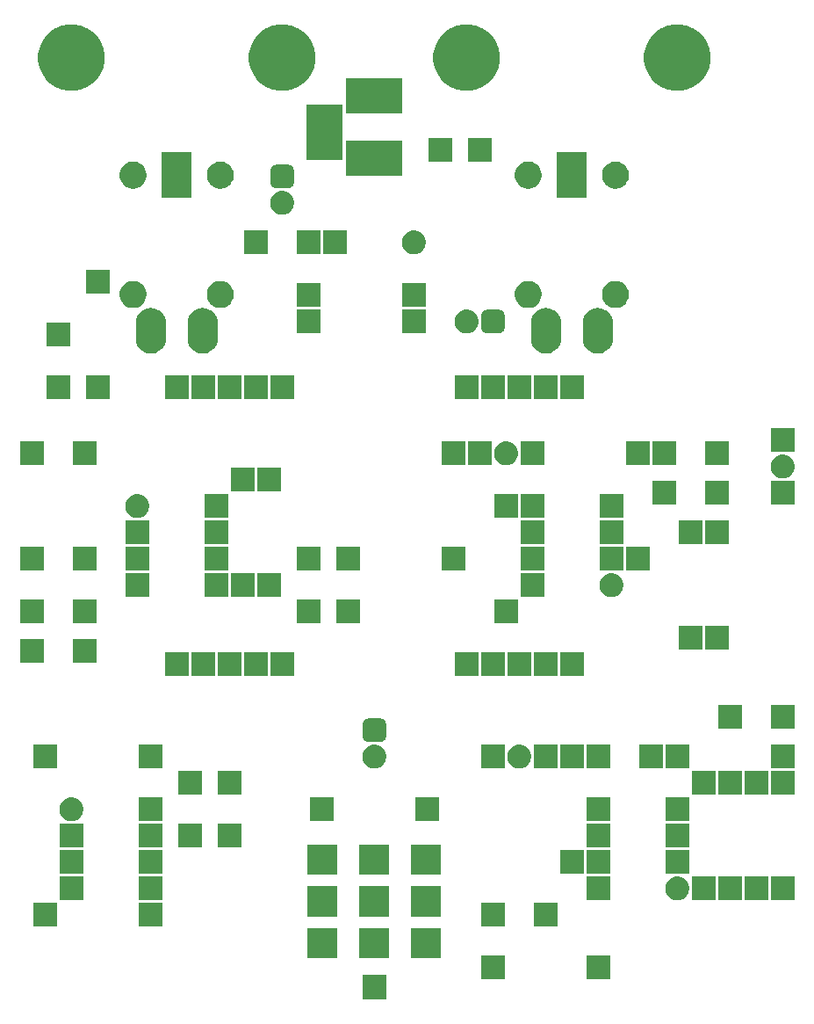
<source format=gbr>
G04 #@! TF.GenerationSoftware,KiCad,Pcbnew,5.1.6-c6e7f7d~87~ubuntu19.10.1*
G04 #@! TF.CreationDate,2022-03-29T21:29:29+06:00*
G04 #@! TF.ProjectId,____________r1b_down-tuned,3a3e3f3a-305f-4373-953c-3b385f723162,1B*
G04 #@! TF.SameCoordinates,Original*
G04 #@! TF.FileFunction,Soldermask,Top*
G04 #@! TF.FilePolarity,Negative*
%FSLAX46Y46*%
G04 Gerber Fmt 4.6, Leading zero omitted, Abs format (unit mm)*
G04 Created by KiCad (PCBNEW 5.1.6-c6e7f7d~87~ubuntu19.10.1) date 2022-03-29 21:29:29*
%MOMM*%
%LPD*%
G01*
G04 APERTURE LIST*
%ADD10C,0.100000*%
G04 APERTURE END LIST*
D10*
G36*
X106560000Y-187205000D02*
G01*
X104260000Y-187205000D01*
X104260000Y-184905000D01*
X106560000Y-184905000D01*
X106560000Y-187205000D01*
G37*
G36*
X128150000Y-185300000D02*
G01*
X125850000Y-185300000D01*
X125850000Y-183000000D01*
X128150000Y-183000000D01*
X128150000Y-185300000D01*
G37*
G36*
X117990000Y-185300000D02*
G01*
X115690000Y-185300000D01*
X115690000Y-183000000D01*
X117990000Y-183000000D01*
X117990000Y-185300000D01*
G37*
G36*
X101860000Y-183250000D02*
G01*
X98960000Y-183250000D01*
X98960000Y-180350000D01*
X101860000Y-180350000D01*
X101860000Y-183250000D01*
G37*
G36*
X106860000Y-183250000D02*
G01*
X103960000Y-183250000D01*
X103960000Y-180350000D01*
X106860000Y-180350000D01*
X106860000Y-183250000D01*
G37*
G36*
X111860000Y-183250000D02*
G01*
X108960000Y-183250000D01*
X108960000Y-180350000D01*
X111860000Y-180350000D01*
X111860000Y-183250000D01*
G37*
G36*
X123070000Y-180220000D02*
G01*
X120770000Y-180220000D01*
X120770000Y-177920000D01*
X123070000Y-177920000D01*
X123070000Y-180220000D01*
G37*
G36*
X74810000Y-180220000D02*
G01*
X72510000Y-180220000D01*
X72510000Y-177920000D01*
X74810000Y-177920000D01*
X74810000Y-180220000D01*
G37*
G36*
X84970000Y-180220000D02*
G01*
X82670000Y-180220000D01*
X82670000Y-177920000D01*
X84970000Y-177920000D01*
X84970000Y-180220000D01*
G37*
G36*
X117990000Y-180220000D02*
G01*
X115690000Y-180220000D01*
X115690000Y-177920000D01*
X117990000Y-177920000D01*
X117990000Y-180220000D01*
G37*
G36*
X111860000Y-179250000D02*
G01*
X108960000Y-179250000D01*
X108960000Y-176350000D01*
X111860000Y-176350000D01*
X111860000Y-179250000D01*
G37*
G36*
X101860000Y-179250000D02*
G01*
X98960000Y-179250000D01*
X98960000Y-176350000D01*
X101860000Y-176350000D01*
X101860000Y-179250000D01*
G37*
G36*
X106860000Y-179250000D02*
G01*
X103960000Y-179250000D01*
X103960000Y-176350000D01*
X106860000Y-176350000D01*
X106860000Y-179250000D01*
G37*
G36*
X143390000Y-177680000D02*
G01*
X141090000Y-177680000D01*
X141090000Y-175380000D01*
X143390000Y-175380000D01*
X143390000Y-177680000D01*
G37*
G36*
X140850000Y-177680000D02*
G01*
X138550000Y-177680000D01*
X138550000Y-175380000D01*
X140850000Y-175380000D01*
X140850000Y-177680000D01*
G37*
G36*
X145930000Y-177680000D02*
G01*
X143630000Y-177680000D01*
X143630000Y-175380000D01*
X145930000Y-175380000D01*
X145930000Y-177680000D01*
G37*
G36*
X138310000Y-177680000D02*
G01*
X136010000Y-177680000D01*
X136010000Y-175380000D01*
X138310000Y-175380000D01*
X138310000Y-177680000D01*
G37*
G36*
X128150000Y-177680000D02*
G01*
X125850000Y-177680000D01*
X125850000Y-175380000D01*
X128150000Y-175380000D01*
X128150000Y-177680000D01*
G37*
G36*
X77350000Y-177680000D02*
G01*
X75050000Y-177680000D01*
X75050000Y-175380000D01*
X77350000Y-175380000D01*
X77350000Y-177680000D01*
G37*
G36*
X84970000Y-177680000D02*
G01*
X82670000Y-177680000D01*
X82670000Y-175380000D01*
X84970000Y-175380000D01*
X84970000Y-177680000D01*
G37*
G36*
X134844354Y-175402097D02*
G01*
X134955443Y-175424194D01*
X135078039Y-175474976D01*
X135164728Y-175510883D01*
X135353081Y-175636736D01*
X135513264Y-175796919D01*
X135639117Y-175985272D01*
X135675024Y-176071961D01*
X135725806Y-176194557D01*
X135770000Y-176416735D01*
X135770000Y-176643265D01*
X135725806Y-176865443D01*
X135675024Y-176988039D01*
X135639117Y-177074728D01*
X135513264Y-177263081D01*
X135353081Y-177423264D01*
X135164728Y-177549117D01*
X135078039Y-177585024D01*
X134955443Y-177635806D01*
X134844354Y-177657903D01*
X134733267Y-177680000D01*
X134506733Y-177680000D01*
X134395646Y-177657903D01*
X134284557Y-177635806D01*
X134161961Y-177585024D01*
X134075272Y-177549117D01*
X133886919Y-177423264D01*
X133726736Y-177263081D01*
X133600883Y-177074728D01*
X133564976Y-176988039D01*
X133514194Y-176865443D01*
X133470000Y-176643265D01*
X133470000Y-176416735D01*
X133514194Y-176194557D01*
X133564976Y-176071961D01*
X133600883Y-175985272D01*
X133726736Y-175796919D01*
X133886919Y-175636736D01*
X134075272Y-175510883D01*
X134161961Y-175474976D01*
X134284557Y-175424194D01*
X134395646Y-175402097D01*
X134506733Y-175380000D01*
X134733267Y-175380000D01*
X134844354Y-175402097D01*
G37*
G36*
X106860000Y-175250000D02*
G01*
X103960000Y-175250000D01*
X103960000Y-172350000D01*
X106860000Y-172350000D01*
X106860000Y-175250000D01*
G37*
G36*
X111860000Y-175250000D02*
G01*
X108960000Y-175250000D01*
X108960000Y-172350000D01*
X111860000Y-172350000D01*
X111860000Y-175250000D01*
G37*
G36*
X101860000Y-175250000D02*
G01*
X98960000Y-175250000D01*
X98960000Y-172350000D01*
X101860000Y-172350000D01*
X101860000Y-175250000D01*
G37*
G36*
X135770000Y-175140000D02*
G01*
X133470000Y-175140000D01*
X133470000Y-172840000D01*
X135770000Y-172840000D01*
X135770000Y-175140000D01*
G37*
G36*
X84970000Y-175140000D02*
G01*
X82670000Y-175140000D01*
X82670000Y-172840000D01*
X84970000Y-172840000D01*
X84970000Y-175140000D01*
G37*
G36*
X125610000Y-175140000D02*
G01*
X123310000Y-175140000D01*
X123310000Y-172840000D01*
X125610000Y-172840000D01*
X125610000Y-175140000D01*
G37*
G36*
X77350000Y-175140000D02*
G01*
X75050000Y-175140000D01*
X75050000Y-172840000D01*
X77350000Y-172840000D01*
X77350000Y-175140000D01*
G37*
G36*
X128150000Y-175140000D02*
G01*
X125850000Y-175140000D01*
X125850000Y-172840000D01*
X128150000Y-172840000D01*
X128150000Y-175140000D01*
G37*
G36*
X88780000Y-172600000D02*
G01*
X86480000Y-172600000D01*
X86480000Y-170300000D01*
X88780000Y-170300000D01*
X88780000Y-172600000D01*
G37*
G36*
X92590000Y-172600000D02*
G01*
X90290000Y-172600000D01*
X90290000Y-170300000D01*
X92590000Y-170300000D01*
X92590000Y-172600000D01*
G37*
G36*
X84970000Y-172600000D02*
G01*
X82670000Y-172600000D01*
X82670000Y-170300000D01*
X84970000Y-170300000D01*
X84970000Y-172600000D01*
G37*
G36*
X77350000Y-172600000D02*
G01*
X75050000Y-172600000D01*
X75050000Y-170300000D01*
X77350000Y-170300000D01*
X77350000Y-172600000D01*
G37*
G36*
X135770000Y-172600000D02*
G01*
X133470000Y-172600000D01*
X133470000Y-170300000D01*
X135770000Y-170300000D01*
X135770000Y-172600000D01*
G37*
G36*
X128150000Y-172600000D02*
G01*
X125850000Y-172600000D01*
X125850000Y-170300000D01*
X128150000Y-170300000D01*
X128150000Y-172600000D01*
G37*
G36*
X84970000Y-170060000D02*
G01*
X82670000Y-170060000D01*
X82670000Y-167760000D01*
X84970000Y-167760000D01*
X84970000Y-170060000D01*
G37*
G36*
X111640000Y-170060000D02*
G01*
X109340000Y-170060000D01*
X109340000Y-167760000D01*
X111640000Y-167760000D01*
X111640000Y-170060000D01*
G37*
G36*
X101480000Y-170060000D02*
G01*
X99180000Y-170060000D01*
X99180000Y-167760000D01*
X101480000Y-167760000D01*
X101480000Y-170060000D01*
G37*
G36*
X135770000Y-170060000D02*
G01*
X133470000Y-170060000D01*
X133470000Y-167760000D01*
X135770000Y-167760000D01*
X135770000Y-170060000D01*
G37*
G36*
X76424354Y-167782097D02*
G01*
X76535443Y-167804194D01*
X76658039Y-167854976D01*
X76744728Y-167890883D01*
X76933081Y-168016736D01*
X77093264Y-168176919D01*
X77219117Y-168365272D01*
X77255024Y-168451961D01*
X77305806Y-168574557D01*
X77350000Y-168796735D01*
X77350000Y-169023265D01*
X77305806Y-169245443D01*
X77255024Y-169368039D01*
X77219117Y-169454728D01*
X77093264Y-169643081D01*
X76933081Y-169803264D01*
X76744728Y-169929117D01*
X76658039Y-169965024D01*
X76535443Y-170015806D01*
X76424354Y-170037903D01*
X76313267Y-170060000D01*
X76086733Y-170060000D01*
X75975646Y-170037903D01*
X75864557Y-170015806D01*
X75741961Y-169965024D01*
X75655272Y-169929117D01*
X75466919Y-169803264D01*
X75306736Y-169643081D01*
X75180883Y-169454728D01*
X75144976Y-169368039D01*
X75094194Y-169245443D01*
X75050000Y-169023265D01*
X75050000Y-168796735D01*
X75094194Y-168574557D01*
X75144976Y-168451961D01*
X75180883Y-168365272D01*
X75306736Y-168176919D01*
X75466919Y-168016736D01*
X75655272Y-167890883D01*
X75741961Y-167854976D01*
X75864557Y-167804194D01*
X75975646Y-167782097D01*
X76086733Y-167760000D01*
X76313267Y-167760000D01*
X76424354Y-167782097D01*
G37*
G36*
X128150000Y-170060000D02*
G01*
X125850000Y-170060000D01*
X125850000Y-167760000D01*
X128150000Y-167760000D01*
X128150000Y-170060000D01*
G37*
G36*
X143390000Y-167520000D02*
G01*
X141090000Y-167520000D01*
X141090000Y-165220000D01*
X143390000Y-165220000D01*
X143390000Y-167520000D01*
G37*
G36*
X145930000Y-167520000D02*
G01*
X143630000Y-167520000D01*
X143630000Y-165220000D01*
X145930000Y-165220000D01*
X145930000Y-167520000D01*
G37*
G36*
X92590000Y-167520000D02*
G01*
X90290000Y-167520000D01*
X90290000Y-165220000D01*
X92590000Y-165220000D01*
X92590000Y-167520000D01*
G37*
G36*
X138310000Y-167520000D02*
G01*
X136010000Y-167520000D01*
X136010000Y-165220000D01*
X138310000Y-165220000D01*
X138310000Y-167520000D01*
G37*
G36*
X88780000Y-167520000D02*
G01*
X86480000Y-167520000D01*
X86480000Y-165220000D01*
X88780000Y-165220000D01*
X88780000Y-167520000D01*
G37*
G36*
X140850000Y-167520000D02*
G01*
X138550000Y-167520000D01*
X138550000Y-165220000D01*
X140850000Y-165220000D01*
X140850000Y-167520000D01*
G37*
G36*
X133230000Y-164980000D02*
G01*
X130930000Y-164980000D01*
X130930000Y-162680000D01*
X133230000Y-162680000D01*
X133230000Y-164980000D01*
G37*
G36*
X125610000Y-164980000D02*
G01*
X123310000Y-164980000D01*
X123310000Y-162680000D01*
X125610000Y-162680000D01*
X125610000Y-164980000D01*
G37*
G36*
X135770000Y-164980000D02*
G01*
X133470000Y-164980000D01*
X133470000Y-162680000D01*
X135770000Y-162680000D01*
X135770000Y-164980000D01*
G37*
G36*
X128150000Y-164980000D02*
G01*
X125850000Y-164980000D01*
X125850000Y-162680000D01*
X128150000Y-162680000D01*
X128150000Y-164980000D01*
G37*
G36*
X123070000Y-164980000D02*
G01*
X120770000Y-164980000D01*
X120770000Y-162680000D01*
X123070000Y-162680000D01*
X123070000Y-164980000D01*
G37*
G36*
X119604354Y-162702097D02*
G01*
X119715443Y-162724194D01*
X119838039Y-162774976D01*
X119924728Y-162810883D01*
X120113081Y-162936736D01*
X120273264Y-163096919D01*
X120399117Y-163285272D01*
X120435024Y-163371961D01*
X120485806Y-163494557D01*
X120530000Y-163716735D01*
X120530000Y-163943265D01*
X120485806Y-164165443D01*
X120435024Y-164288039D01*
X120399117Y-164374728D01*
X120273264Y-164563081D01*
X120113081Y-164723264D01*
X119924728Y-164849117D01*
X119838039Y-164885024D01*
X119715443Y-164935806D01*
X119604354Y-164957903D01*
X119493267Y-164980000D01*
X119266733Y-164980000D01*
X119155646Y-164957903D01*
X119044557Y-164935806D01*
X118921961Y-164885024D01*
X118835272Y-164849117D01*
X118646919Y-164723264D01*
X118486736Y-164563081D01*
X118360883Y-164374728D01*
X118324976Y-164288039D01*
X118274194Y-164165443D01*
X118230000Y-163943265D01*
X118230000Y-163716735D01*
X118274194Y-163494557D01*
X118324976Y-163371961D01*
X118360883Y-163285272D01*
X118486736Y-163096919D01*
X118646919Y-162936736D01*
X118835272Y-162810883D01*
X118921961Y-162774976D01*
X119044557Y-162724194D01*
X119155646Y-162702097D01*
X119266733Y-162680000D01*
X119493267Y-162680000D01*
X119604354Y-162702097D01*
G37*
G36*
X117990000Y-164980000D02*
G01*
X115690000Y-164980000D01*
X115690000Y-162680000D01*
X117990000Y-162680000D01*
X117990000Y-164980000D01*
G37*
G36*
X84970000Y-164980000D02*
G01*
X82670000Y-164980000D01*
X82670000Y-162680000D01*
X84970000Y-162680000D01*
X84970000Y-164980000D01*
G37*
G36*
X74810000Y-164980000D02*
G01*
X72510000Y-164980000D01*
X72510000Y-162680000D01*
X74810000Y-162680000D01*
X74810000Y-164980000D01*
G37*
G36*
X105634354Y-162702097D02*
G01*
X105745443Y-162724194D01*
X105868039Y-162774976D01*
X105954728Y-162810883D01*
X106143081Y-162936736D01*
X106303264Y-163096919D01*
X106429117Y-163285272D01*
X106465024Y-163371961D01*
X106515806Y-163494557D01*
X106560000Y-163716735D01*
X106560000Y-163943265D01*
X106515806Y-164165443D01*
X106465024Y-164288039D01*
X106429117Y-164374728D01*
X106303264Y-164563081D01*
X106143081Y-164723264D01*
X105954728Y-164849117D01*
X105868039Y-164885024D01*
X105745443Y-164935806D01*
X105634354Y-164957903D01*
X105523267Y-164980000D01*
X105296733Y-164980000D01*
X105185646Y-164957903D01*
X105074557Y-164935806D01*
X104951961Y-164885024D01*
X104865272Y-164849117D01*
X104676919Y-164723264D01*
X104516736Y-164563081D01*
X104390883Y-164374728D01*
X104354976Y-164288039D01*
X104304194Y-164165443D01*
X104260000Y-163943265D01*
X104260000Y-163716735D01*
X104304194Y-163494557D01*
X104354976Y-163371961D01*
X104390883Y-163285272D01*
X104516736Y-163096919D01*
X104676919Y-162936736D01*
X104865272Y-162810883D01*
X104951961Y-162774976D01*
X105074557Y-162724194D01*
X105185646Y-162702097D01*
X105296733Y-162680000D01*
X105523267Y-162680000D01*
X105634354Y-162702097D01*
G37*
G36*
X145930000Y-164980000D02*
G01*
X143630000Y-164980000D01*
X143630000Y-162680000D01*
X145930000Y-162680000D01*
X145930000Y-164980000D01*
G37*
G36*
X106020663Y-160153111D02*
G01*
X106146307Y-160191225D01*
X106262096Y-160253115D01*
X106363590Y-160336410D01*
X106446885Y-160437904D01*
X106508775Y-160553693D01*
X106546889Y-160679337D01*
X106560000Y-160812454D01*
X106560000Y-161767546D01*
X106546889Y-161900663D01*
X106508775Y-162026307D01*
X106446885Y-162142096D01*
X106363590Y-162243590D01*
X106262096Y-162326885D01*
X106146307Y-162388775D01*
X106020663Y-162426889D01*
X105887546Y-162440000D01*
X104932454Y-162440000D01*
X104799337Y-162426889D01*
X104673693Y-162388775D01*
X104557904Y-162326885D01*
X104456410Y-162243590D01*
X104373115Y-162142096D01*
X104311225Y-162026307D01*
X104273111Y-161900663D01*
X104260000Y-161767546D01*
X104260000Y-160812454D01*
X104273111Y-160679337D01*
X104311225Y-160553693D01*
X104373115Y-160437904D01*
X104456410Y-160336410D01*
X104557904Y-160253115D01*
X104673693Y-160191225D01*
X104799337Y-160153111D01*
X104932454Y-160140000D01*
X105887546Y-160140000D01*
X106020663Y-160153111D01*
G37*
G36*
X145930000Y-161170000D02*
G01*
X143630000Y-161170000D01*
X143630000Y-158870000D01*
X145930000Y-158870000D01*
X145930000Y-161170000D01*
G37*
G36*
X140850000Y-161170000D02*
G01*
X138550000Y-161170000D01*
X138550000Y-158870000D01*
X140850000Y-158870000D01*
X140850000Y-161170000D01*
G37*
G36*
X125610000Y-156090000D02*
G01*
X123310000Y-156090000D01*
X123310000Y-153790000D01*
X125610000Y-153790000D01*
X125610000Y-156090000D01*
G37*
G36*
X115450000Y-156090000D02*
G01*
X113150000Y-156090000D01*
X113150000Y-153790000D01*
X115450000Y-153790000D01*
X115450000Y-156090000D01*
G37*
G36*
X117990000Y-156090000D02*
G01*
X115690000Y-156090000D01*
X115690000Y-153790000D01*
X117990000Y-153790000D01*
X117990000Y-156090000D01*
G37*
G36*
X120530000Y-156090000D02*
G01*
X118230000Y-156090000D01*
X118230000Y-153790000D01*
X120530000Y-153790000D01*
X120530000Y-156090000D01*
G37*
G36*
X123070000Y-156090000D02*
G01*
X120770000Y-156090000D01*
X120770000Y-153790000D01*
X123070000Y-153790000D01*
X123070000Y-156090000D01*
G37*
G36*
X97670000Y-156090000D02*
G01*
X95370000Y-156090000D01*
X95370000Y-153790000D01*
X97670000Y-153790000D01*
X97670000Y-156090000D01*
G37*
G36*
X90050000Y-156090000D02*
G01*
X87750000Y-156090000D01*
X87750000Y-153790000D01*
X90050000Y-153790000D01*
X90050000Y-156090000D01*
G37*
G36*
X92590000Y-156090000D02*
G01*
X90290000Y-156090000D01*
X90290000Y-153790000D01*
X92590000Y-153790000D01*
X92590000Y-156090000D01*
G37*
G36*
X87510000Y-156090000D02*
G01*
X85210000Y-156090000D01*
X85210000Y-153790000D01*
X87510000Y-153790000D01*
X87510000Y-156090000D01*
G37*
G36*
X95130000Y-156090000D02*
G01*
X92830000Y-156090000D01*
X92830000Y-153790000D01*
X95130000Y-153790000D01*
X95130000Y-156090000D01*
G37*
G36*
X78620000Y-154820000D02*
G01*
X76320000Y-154820000D01*
X76320000Y-152520000D01*
X78620000Y-152520000D01*
X78620000Y-154820000D01*
G37*
G36*
X73540000Y-154820000D02*
G01*
X71240000Y-154820000D01*
X71240000Y-152520000D01*
X73540000Y-152520000D01*
X73540000Y-154820000D01*
G37*
G36*
X139580000Y-153550000D02*
G01*
X137280000Y-153550000D01*
X137280000Y-151250000D01*
X139580000Y-151250000D01*
X139580000Y-153550000D01*
G37*
G36*
X137040000Y-153550000D02*
G01*
X134740000Y-153550000D01*
X134740000Y-151250000D01*
X137040000Y-151250000D01*
X137040000Y-153550000D01*
G37*
G36*
X104020000Y-151010000D02*
G01*
X101720000Y-151010000D01*
X101720000Y-148710000D01*
X104020000Y-148710000D01*
X104020000Y-151010000D01*
G37*
G36*
X78620000Y-151010000D02*
G01*
X76320000Y-151010000D01*
X76320000Y-148710000D01*
X78620000Y-148710000D01*
X78620000Y-151010000D01*
G37*
G36*
X100210000Y-151010000D02*
G01*
X97910000Y-151010000D01*
X97910000Y-148710000D01*
X100210000Y-148710000D01*
X100210000Y-151010000D01*
G37*
G36*
X119260000Y-151010000D02*
G01*
X116960000Y-151010000D01*
X116960000Y-148710000D01*
X119260000Y-148710000D01*
X119260000Y-151010000D01*
G37*
G36*
X73540000Y-151010000D02*
G01*
X71240000Y-151010000D01*
X71240000Y-148710000D01*
X73540000Y-148710000D01*
X73540000Y-151010000D01*
G37*
G36*
X93860000Y-148470000D02*
G01*
X91560000Y-148470000D01*
X91560000Y-146170000D01*
X93860000Y-146170000D01*
X93860000Y-148470000D01*
G37*
G36*
X96400000Y-148470000D02*
G01*
X94100000Y-148470000D01*
X94100000Y-146170000D01*
X96400000Y-146170000D01*
X96400000Y-148470000D01*
G37*
G36*
X128494354Y-146192097D02*
G01*
X128605443Y-146214194D01*
X128728039Y-146264976D01*
X128814728Y-146300883D01*
X129003081Y-146426736D01*
X129163264Y-146586919D01*
X129289117Y-146775272D01*
X129325024Y-146861961D01*
X129375806Y-146984557D01*
X129420000Y-147206735D01*
X129420000Y-147433265D01*
X129375806Y-147655443D01*
X129325024Y-147778039D01*
X129289117Y-147864728D01*
X129163264Y-148053081D01*
X129003081Y-148213264D01*
X128814728Y-148339117D01*
X128728039Y-148375024D01*
X128605443Y-148425806D01*
X128494354Y-148447903D01*
X128383267Y-148470000D01*
X128156733Y-148470000D01*
X128045646Y-148447903D01*
X127934557Y-148425806D01*
X127811961Y-148375024D01*
X127725272Y-148339117D01*
X127536919Y-148213264D01*
X127376736Y-148053081D01*
X127250883Y-147864728D01*
X127214976Y-147778039D01*
X127164194Y-147655443D01*
X127120000Y-147433265D01*
X127120000Y-147206735D01*
X127164194Y-146984557D01*
X127214976Y-146861961D01*
X127250883Y-146775272D01*
X127376736Y-146586919D01*
X127536919Y-146426736D01*
X127725272Y-146300883D01*
X127811961Y-146264976D01*
X127934557Y-146214194D01*
X128045646Y-146192097D01*
X128156733Y-146170000D01*
X128383267Y-146170000D01*
X128494354Y-146192097D01*
G37*
G36*
X121800000Y-148470000D02*
G01*
X119500000Y-148470000D01*
X119500000Y-146170000D01*
X121800000Y-146170000D01*
X121800000Y-148470000D01*
G37*
G36*
X91320000Y-148470000D02*
G01*
X89020000Y-148470000D01*
X89020000Y-146170000D01*
X91320000Y-146170000D01*
X91320000Y-148470000D01*
G37*
G36*
X83700000Y-148470000D02*
G01*
X81400000Y-148470000D01*
X81400000Y-146170000D01*
X83700000Y-146170000D01*
X83700000Y-148470000D01*
G37*
G36*
X114180000Y-145930000D02*
G01*
X111880000Y-145930000D01*
X111880000Y-143630000D01*
X114180000Y-143630000D01*
X114180000Y-145930000D01*
G37*
G36*
X104020000Y-145930000D02*
G01*
X101720000Y-145930000D01*
X101720000Y-143630000D01*
X104020000Y-143630000D01*
X104020000Y-145930000D01*
G37*
G36*
X91320000Y-145930000D02*
G01*
X89020000Y-145930000D01*
X89020000Y-143630000D01*
X91320000Y-143630000D01*
X91320000Y-145930000D01*
G37*
G36*
X100210000Y-145930000D02*
G01*
X97910000Y-145930000D01*
X97910000Y-143630000D01*
X100210000Y-143630000D01*
X100210000Y-145930000D01*
G37*
G36*
X129420000Y-145930000D02*
G01*
X127120000Y-145930000D01*
X127120000Y-143630000D01*
X129420000Y-143630000D01*
X129420000Y-145930000D01*
G37*
G36*
X73540000Y-145930000D02*
G01*
X71240000Y-145930000D01*
X71240000Y-143630000D01*
X73540000Y-143630000D01*
X73540000Y-145930000D01*
G37*
G36*
X83700000Y-145930000D02*
G01*
X81400000Y-145930000D01*
X81400000Y-143630000D01*
X83700000Y-143630000D01*
X83700000Y-145930000D01*
G37*
G36*
X131960000Y-145930000D02*
G01*
X129660000Y-145930000D01*
X129660000Y-143630000D01*
X131960000Y-143630000D01*
X131960000Y-145930000D01*
G37*
G36*
X121800000Y-145930000D02*
G01*
X119500000Y-145930000D01*
X119500000Y-143630000D01*
X121800000Y-143630000D01*
X121800000Y-145930000D01*
G37*
G36*
X78620000Y-145930000D02*
G01*
X76320000Y-145930000D01*
X76320000Y-143630000D01*
X78620000Y-143630000D01*
X78620000Y-145930000D01*
G37*
G36*
X137040000Y-143390000D02*
G01*
X134740000Y-143390000D01*
X134740000Y-141090000D01*
X137040000Y-141090000D01*
X137040000Y-143390000D01*
G37*
G36*
X139580000Y-143390000D02*
G01*
X137280000Y-143390000D01*
X137280000Y-141090000D01*
X139580000Y-141090000D01*
X139580000Y-143390000D01*
G37*
G36*
X129420000Y-143390000D02*
G01*
X127120000Y-143390000D01*
X127120000Y-141090000D01*
X129420000Y-141090000D01*
X129420000Y-143390000D01*
G37*
G36*
X121800000Y-143390000D02*
G01*
X119500000Y-143390000D01*
X119500000Y-141090000D01*
X121800000Y-141090000D01*
X121800000Y-143390000D01*
G37*
G36*
X83700000Y-143390000D02*
G01*
X81400000Y-143390000D01*
X81400000Y-141090000D01*
X83700000Y-141090000D01*
X83700000Y-143390000D01*
G37*
G36*
X91320000Y-143390000D02*
G01*
X89020000Y-143390000D01*
X89020000Y-141090000D01*
X91320000Y-141090000D01*
X91320000Y-143390000D01*
G37*
G36*
X82774354Y-138572097D02*
G01*
X82885443Y-138594194D01*
X83008039Y-138644976D01*
X83094728Y-138680883D01*
X83283081Y-138806736D01*
X83443264Y-138966919D01*
X83569117Y-139155272D01*
X83605024Y-139241961D01*
X83655806Y-139364557D01*
X83655806Y-139364559D01*
X83698661Y-139580000D01*
X83700000Y-139586735D01*
X83700000Y-139813265D01*
X83655806Y-140035443D01*
X83605024Y-140158039D01*
X83569117Y-140244728D01*
X83443264Y-140433081D01*
X83283081Y-140593264D01*
X83094728Y-140719117D01*
X83008039Y-140755024D01*
X82885443Y-140805806D01*
X82774354Y-140827903D01*
X82663267Y-140850000D01*
X82436733Y-140850000D01*
X82325646Y-140827903D01*
X82214557Y-140805806D01*
X82091961Y-140755024D01*
X82005272Y-140719117D01*
X81816919Y-140593264D01*
X81656736Y-140433081D01*
X81530883Y-140244728D01*
X81494976Y-140158039D01*
X81444194Y-140035443D01*
X81400000Y-139813265D01*
X81400000Y-139586735D01*
X81401340Y-139580000D01*
X81444194Y-139364559D01*
X81444194Y-139364557D01*
X81494976Y-139241961D01*
X81530883Y-139155272D01*
X81656736Y-138966919D01*
X81816919Y-138806736D01*
X82005272Y-138680883D01*
X82091961Y-138644976D01*
X82214557Y-138594194D01*
X82325646Y-138572097D01*
X82436733Y-138550000D01*
X82663267Y-138550000D01*
X82774354Y-138572097D01*
G37*
G36*
X129420000Y-140850000D02*
G01*
X127120000Y-140850000D01*
X127120000Y-138550000D01*
X129420000Y-138550000D01*
X129420000Y-140850000D01*
G37*
G36*
X121800000Y-140850000D02*
G01*
X119500000Y-140850000D01*
X119500000Y-138550000D01*
X121800000Y-138550000D01*
X121800000Y-140850000D01*
G37*
G36*
X119260000Y-140850000D02*
G01*
X116960000Y-140850000D01*
X116960000Y-138550000D01*
X119260000Y-138550000D01*
X119260000Y-140850000D01*
G37*
G36*
X91320000Y-140850000D02*
G01*
X89020000Y-140850000D01*
X89020000Y-138550000D01*
X91320000Y-138550000D01*
X91320000Y-140850000D01*
G37*
G36*
X139580000Y-139580000D02*
G01*
X137280000Y-139580000D01*
X137280000Y-137280000D01*
X139580000Y-137280000D01*
X139580000Y-139580000D01*
G37*
G36*
X134500000Y-139580000D02*
G01*
X132200000Y-139580000D01*
X132200000Y-137280000D01*
X134500000Y-137280000D01*
X134500000Y-139580000D01*
G37*
G36*
X145930000Y-139580000D02*
G01*
X143630000Y-139580000D01*
X143630000Y-137280000D01*
X145930000Y-137280000D01*
X145930000Y-139580000D01*
G37*
G36*
X93860000Y-138310000D02*
G01*
X91560000Y-138310000D01*
X91560000Y-136010000D01*
X93860000Y-136010000D01*
X93860000Y-138310000D01*
G37*
G36*
X96400000Y-138310000D02*
G01*
X94100000Y-138310000D01*
X94100000Y-136010000D01*
X96400000Y-136010000D01*
X96400000Y-138310000D01*
G37*
G36*
X145004354Y-134762097D02*
G01*
X145115443Y-134784194D01*
X145238039Y-134834976D01*
X145324728Y-134870883D01*
X145513081Y-134996736D01*
X145673264Y-135156919D01*
X145799117Y-135345272D01*
X145835024Y-135431961D01*
X145885806Y-135554557D01*
X145885806Y-135554559D01*
X145930000Y-135776733D01*
X145930000Y-136003267D01*
X145907903Y-136114354D01*
X145885806Y-136225443D01*
X145835024Y-136348039D01*
X145799117Y-136434728D01*
X145673264Y-136623081D01*
X145513081Y-136783264D01*
X145324728Y-136909117D01*
X145238039Y-136945024D01*
X145115443Y-136995806D01*
X145004354Y-137017903D01*
X144893267Y-137040000D01*
X144666733Y-137040000D01*
X144555646Y-137017903D01*
X144444557Y-136995806D01*
X144321961Y-136945024D01*
X144235272Y-136909117D01*
X144046919Y-136783264D01*
X143886736Y-136623081D01*
X143760883Y-136434728D01*
X143724976Y-136348039D01*
X143674194Y-136225443D01*
X143652097Y-136114354D01*
X143630000Y-136003267D01*
X143630000Y-135776733D01*
X143674194Y-135554559D01*
X143674194Y-135554557D01*
X143724976Y-135431961D01*
X143760883Y-135345272D01*
X143886736Y-135156919D01*
X144046919Y-134996736D01*
X144235272Y-134870883D01*
X144321961Y-134834976D01*
X144444557Y-134784194D01*
X144555646Y-134762097D01*
X144666733Y-134740000D01*
X144893267Y-134740000D01*
X145004354Y-134762097D01*
G37*
G36*
X118334354Y-133492097D02*
G01*
X118445443Y-133514194D01*
X118568039Y-133564976D01*
X118654728Y-133600883D01*
X118843081Y-133726736D01*
X119003264Y-133886919D01*
X119129117Y-134075272D01*
X119165024Y-134161961D01*
X119215806Y-134284557D01*
X119215806Y-134284559D01*
X119260000Y-134506733D01*
X119260000Y-134733267D01*
X119249870Y-134784194D01*
X119215806Y-134955443D01*
X119198701Y-134996737D01*
X119129117Y-135164728D01*
X119003264Y-135353081D01*
X118843081Y-135513264D01*
X118654728Y-135639117D01*
X118568039Y-135675024D01*
X118445443Y-135725806D01*
X118334354Y-135747903D01*
X118223267Y-135770000D01*
X117996733Y-135770000D01*
X117885646Y-135747903D01*
X117774557Y-135725806D01*
X117651961Y-135675024D01*
X117565272Y-135639117D01*
X117376919Y-135513264D01*
X117216736Y-135353081D01*
X117090883Y-135164728D01*
X117021299Y-134996737D01*
X117004194Y-134955443D01*
X116970130Y-134784194D01*
X116960000Y-134733267D01*
X116960000Y-134506733D01*
X117004194Y-134284559D01*
X117004194Y-134284557D01*
X117054976Y-134161961D01*
X117090883Y-134075272D01*
X117216736Y-133886919D01*
X117376919Y-133726736D01*
X117565272Y-133600883D01*
X117651961Y-133564976D01*
X117774557Y-133514194D01*
X117885646Y-133492097D01*
X117996733Y-133470000D01*
X118223267Y-133470000D01*
X118334354Y-133492097D01*
G37*
G36*
X121800000Y-135770000D02*
G01*
X119500000Y-135770000D01*
X119500000Y-133470000D01*
X121800000Y-133470000D01*
X121800000Y-135770000D01*
G37*
G36*
X116720000Y-135770000D02*
G01*
X114420000Y-135770000D01*
X114420000Y-133470000D01*
X116720000Y-133470000D01*
X116720000Y-135770000D01*
G37*
G36*
X139580000Y-135770000D02*
G01*
X137280000Y-135770000D01*
X137280000Y-133470000D01*
X139580000Y-133470000D01*
X139580000Y-135770000D01*
G37*
G36*
X131960000Y-135770000D02*
G01*
X129660000Y-135770000D01*
X129660000Y-133470000D01*
X131960000Y-133470000D01*
X131960000Y-135770000D01*
G37*
G36*
X73540000Y-135770000D02*
G01*
X71240000Y-135770000D01*
X71240000Y-133470000D01*
X73540000Y-133470000D01*
X73540000Y-135770000D01*
G37*
G36*
X78620000Y-135770000D02*
G01*
X76320000Y-135770000D01*
X76320000Y-133470000D01*
X78620000Y-133470000D01*
X78620000Y-135770000D01*
G37*
G36*
X114180000Y-135770000D02*
G01*
X111880000Y-135770000D01*
X111880000Y-133470000D01*
X114180000Y-133470000D01*
X114180000Y-135770000D01*
G37*
G36*
X134500000Y-135770000D02*
G01*
X132200000Y-135770000D01*
X132200000Y-133470000D01*
X134500000Y-133470000D01*
X134500000Y-135770000D01*
G37*
G36*
X145930000Y-134500000D02*
G01*
X143630000Y-134500000D01*
X143630000Y-132200000D01*
X145930000Y-132200000D01*
X145930000Y-134500000D01*
G37*
G36*
X76080000Y-129420000D02*
G01*
X73780000Y-129420000D01*
X73780000Y-127120000D01*
X76080000Y-127120000D01*
X76080000Y-129420000D01*
G37*
G36*
X115450000Y-129420000D02*
G01*
X113150000Y-129420000D01*
X113150000Y-127120000D01*
X115450000Y-127120000D01*
X115450000Y-129420000D01*
G37*
G36*
X117990000Y-129420000D02*
G01*
X115690000Y-129420000D01*
X115690000Y-127120000D01*
X117990000Y-127120000D01*
X117990000Y-129420000D01*
G37*
G36*
X120530000Y-129420000D02*
G01*
X118230000Y-129420000D01*
X118230000Y-127120000D01*
X120530000Y-127120000D01*
X120530000Y-129420000D01*
G37*
G36*
X123070000Y-129420000D02*
G01*
X120770000Y-129420000D01*
X120770000Y-127120000D01*
X123070000Y-127120000D01*
X123070000Y-129420000D01*
G37*
G36*
X97670000Y-129420000D02*
G01*
X95370000Y-129420000D01*
X95370000Y-127120000D01*
X97670000Y-127120000D01*
X97670000Y-129420000D01*
G37*
G36*
X92590000Y-129420000D02*
G01*
X90290000Y-129420000D01*
X90290000Y-127120000D01*
X92590000Y-127120000D01*
X92590000Y-129420000D01*
G37*
G36*
X90050000Y-129420000D02*
G01*
X87750000Y-129420000D01*
X87750000Y-127120000D01*
X90050000Y-127120000D01*
X90050000Y-129420000D01*
G37*
G36*
X79890000Y-129420000D02*
G01*
X77590000Y-129420000D01*
X77590000Y-127120000D01*
X79890000Y-127120000D01*
X79890000Y-129420000D01*
G37*
G36*
X125610000Y-129420000D02*
G01*
X123310000Y-129420000D01*
X123310000Y-127120000D01*
X125610000Y-127120000D01*
X125610000Y-129420000D01*
G37*
G36*
X87510000Y-129420000D02*
G01*
X85210000Y-129420000D01*
X85210000Y-127120000D01*
X87510000Y-127120000D01*
X87510000Y-129420000D01*
G37*
G36*
X95130000Y-129420000D02*
G01*
X92830000Y-129420000D01*
X92830000Y-127120000D01*
X95130000Y-127120000D01*
X95130000Y-129420000D01*
G37*
G36*
X127244250Y-120650981D02*
G01*
X127380913Y-120692437D01*
X127517577Y-120733894D01*
X127769473Y-120868534D01*
X127990265Y-121049735D01*
X128171466Y-121270527D01*
X128306106Y-121522423D01*
X128389019Y-121795751D01*
X128410000Y-122008774D01*
X128410000Y-123651226D01*
X128389019Y-123864249D01*
X128306106Y-124137577D01*
X128171466Y-124389473D01*
X127990265Y-124610265D01*
X127769472Y-124791466D01*
X127517576Y-124926106D01*
X127380912Y-124967562D01*
X127244249Y-125009019D01*
X126960000Y-125037015D01*
X126675750Y-125009019D01*
X126539087Y-124967562D01*
X126402423Y-124926106D01*
X126150527Y-124791466D01*
X125929735Y-124610265D01*
X125748534Y-124389472D01*
X125613894Y-124137576D01*
X125572438Y-124000912D01*
X125530981Y-123864249D01*
X125510000Y-123651224D01*
X125510000Y-122008775D01*
X125530981Y-121795750D01*
X125613895Y-121522424D01*
X125613895Y-121522423D01*
X125748535Y-121270527D01*
X125929736Y-121049735D01*
X126150528Y-120868534D01*
X126402424Y-120733894D01*
X126539088Y-120692437D01*
X126675751Y-120650981D01*
X126960000Y-120622985D01*
X127244250Y-120650981D01*
G37*
G36*
X122244250Y-120650981D02*
G01*
X122380913Y-120692437D01*
X122517577Y-120733894D01*
X122769473Y-120868534D01*
X122990265Y-121049735D01*
X123171466Y-121270527D01*
X123306106Y-121522423D01*
X123389019Y-121795751D01*
X123410000Y-122008774D01*
X123410000Y-123651226D01*
X123389019Y-123864249D01*
X123306106Y-124137577D01*
X123171466Y-124389473D01*
X122990265Y-124610265D01*
X122769472Y-124791466D01*
X122517576Y-124926106D01*
X122380912Y-124967562D01*
X122244249Y-125009019D01*
X121960000Y-125037015D01*
X121675750Y-125009019D01*
X121539087Y-124967562D01*
X121402423Y-124926106D01*
X121150527Y-124791466D01*
X120929735Y-124610265D01*
X120748534Y-124389472D01*
X120613894Y-124137576D01*
X120572438Y-124000912D01*
X120530981Y-123864249D01*
X120510000Y-123651224D01*
X120510000Y-122008775D01*
X120530981Y-121795750D01*
X120613895Y-121522424D01*
X120613895Y-121522423D01*
X120748535Y-121270527D01*
X120929736Y-121049735D01*
X121150528Y-120868534D01*
X121402424Y-120733894D01*
X121539088Y-120692437D01*
X121675751Y-120650981D01*
X121960000Y-120622985D01*
X122244250Y-120650981D01*
G37*
G36*
X84144250Y-120650981D02*
G01*
X84280913Y-120692437D01*
X84417577Y-120733894D01*
X84669473Y-120868534D01*
X84890265Y-121049735D01*
X85071466Y-121270527D01*
X85206106Y-121522423D01*
X85289019Y-121795751D01*
X85310000Y-122008774D01*
X85310000Y-123651226D01*
X85289019Y-123864249D01*
X85206106Y-124137577D01*
X85071466Y-124389473D01*
X84890265Y-124610265D01*
X84669472Y-124791466D01*
X84417576Y-124926106D01*
X84280912Y-124967562D01*
X84144249Y-125009019D01*
X83860000Y-125037015D01*
X83575750Y-125009019D01*
X83439087Y-124967562D01*
X83302423Y-124926106D01*
X83050527Y-124791466D01*
X82829735Y-124610265D01*
X82648534Y-124389472D01*
X82513894Y-124137576D01*
X82472437Y-124000912D01*
X82430981Y-123864249D01*
X82410000Y-123651224D01*
X82410000Y-122008775D01*
X82430981Y-121795750D01*
X82513895Y-121522424D01*
X82513895Y-121522423D01*
X82648535Y-121270527D01*
X82829736Y-121049735D01*
X83050528Y-120868534D01*
X83302424Y-120733894D01*
X83439088Y-120692437D01*
X83575751Y-120650981D01*
X83860000Y-120622985D01*
X84144250Y-120650981D01*
G37*
G36*
X89144250Y-120650981D02*
G01*
X89280913Y-120692437D01*
X89417577Y-120733894D01*
X89669473Y-120868534D01*
X89890265Y-121049735D01*
X90071466Y-121270527D01*
X90206106Y-121522423D01*
X90289019Y-121795751D01*
X90310000Y-122008774D01*
X90310000Y-123651226D01*
X90289019Y-123864249D01*
X90206106Y-124137577D01*
X90071466Y-124389473D01*
X89890265Y-124610265D01*
X89669472Y-124791466D01*
X89417576Y-124926106D01*
X89280912Y-124967562D01*
X89144249Y-125009019D01*
X88860000Y-125037015D01*
X88575750Y-125009019D01*
X88439087Y-124967562D01*
X88302423Y-124926106D01*
X88050527Y-124791466D01*
X87829735Y-124610265D01*
X87648534Y-124389472D01*
X87513894Y-124137576D01*
X87472437Y-124000912D01*
X87430981Y-123864249D01*
X87410000Y-123651224D01*
X87410000Y-122008775D01*
X87430981Y-121795750D01*
X87513895Y-121522424D01*
X87513895Y-121522423D01*
X87648535Y-121270527D01*
X87829736Y-121049735D01*
X88050528Y-120868534D01*
X88302424Y-120733894D01*
X88439088Y-120692437D01*
X88575751Y-120650981D01*
X88860000Y-120622985D01*
X89144250Y-120650981D01*
G37*
G36*
X76080000Y-124340000D02*
G01*
X73780000Y-124340000D01*
X73780000Y-122040000D01*
X76080000Y-122040000D01*
X76080000Y-124340000D01*
G37*
G36*
X100210000Y-123070000D02*
G01*
X97910000Y-123070000D01*
X97910000Y-120770000D01*
X100210000Y-120770000D01*
X100210000Y-123070000D01*
G37*
G36*
X114524354Y-120792097D02*
G01*
X114635443Y-120814194D01*
X114758039Y-120864976D01*
X114844728Y-120900883D01*
X115033081Y-121026736D01*
X115193264Y-121186919D01*
X115319117Y-121375272D01*
X115354212Y-121460000D01*
X115405806Y-121584557D01*
X115405806Y-121584559D01*
X115450000Y-121806733D01*
X115450000Y-122033267D01*
X115427903Y-122144354D01*
X115405806Y-122255443D01*
X115355024Y-122378039D01*
X115319117Y-122464728D01*
X115193264Y-122653081D01*
X115033081Y-122813264D01*
X114844728Y-122939117D01*
X114758039Y-122975024D01*
X114635443Y-123025806D01*
X114524354Y-123047903D01*
X114413267Y-123070000D01*
X114186733Y-123070000D01*
X114075646Y-123047903D01*
X113964557Y-123025806D01*
X113841961Y-122975024D01*
X113755272Y-122939117D01*
X113566919Y-122813264D01*
X113406736Y-122653081D01*
X113280883Y-122464728D01*
X113244976Y-122378039D01*
X113194194Y-122255443D01*
X113172097Y-122144354D01*
X113150000Y-122033267D01*
X113150000Y-121806733D01*
X113194194Y-121584559D01*
X113194194Y-121584557D01*
X113245788Y-121460000D01*
X113280883Y-121375272D01*
X113406736Y-121186919D01*
X113566919Y-121026736D01*
X113755272Y-120900883D01*
X113841961Y-120864976D01*
X113964557Y-120814194D01*
X114075646Y-120792097D01*
X114186733Y-120770000D01*
X114413267Y-120770000D01*
X114524354Y-120792097D01*
G37*
G36*
X117450663Y-120783111D02*
G01*
X117576307Y-120821225D01*
X117692096Y-120883115D01*
X117793590Y-120966410D01*
X117876885Y-121067904D01*
X117938775Y-121183693D01*
X117976889Y-121309337D01*
X117990000Y-121442454D01*
X117990000Y-122397546D01*
X117976889Y-122530663D01*
X117938775Y-122656307D01*
X117876885Y-122772096D01*
X117793590Y-122873590D01*
X117692096Y-122956885D01*
X117576307Y-123018775D01*
X117450663Y-123056889D01*
X117317546Y-123070000D01*
X116362454Y-123070000D01*
X116229337Y-123056889D01*
X116103693Y-123018775D01*
X115987904Y-122956885D01*
X115886410Y-122873590D01*
X115803115Y-122772096D01*
X115741225Y-122656307D01*
X115703111Y-122530663D01*
X115690000Y-122397546D01*
X115690000Y-121442454D01*
X115703111Y-121309337D01*
X115741225Y-121183693D01*
X115803115Y-121067904D01*
X115886410Y-120966410D01*
X115987904Y-120883115D01*
X116103693Y-120821225D01*
X116229337Y-120783111D01*
X116362454Y-120770000D01*
X117317546Y-120770000D01*
X117450663Y-120783111D01*
G37*
G36*
X110370000Y-123070000D02*
G01*
X108070000Y-123070000D01*
X108070000Y-120770000D01*
X110370000Y-120770000D01*
X110370000Y-123070000D01*
G37*
G36*
X90771758Y-118046653D02*
G01*
X90939196Y-118079958D01*
X91175781Y-118177955D01*
X91388702Y-118320224D01*
X91569776Y-118501298D01*
X91712045Y-118714219D01*
X91810042Y-118950804D01*
X91860000Y-119201961D01*
X91860000Y-119458039D01*
X91810042Y-119709196D01*
X91712045Y-119945781D01*
X91569776Y-120158702D01*
X91388702Y-120339776D01*
X91175781Y-120482045D01*
X90939196Y-120580042D01*
X90771758Y-120613347D01*
X90688040Y-120630000D01*
X90431960Y-120630000D01*
X90348242Y-120613347D01*
X90180804Y-120580042D01*
X89944219Y-120482045D01*
X89731298Y-120339776D01*
X89550224Y-120158702D01*
X89407955Y-119945781D01*
X89309958Y-119709196D01*
X89260000Y-119458039D01*
X89260000Y-119201961D01*
X89309958Y-118950804D01*
X89407955Y-118714219D01*
X89550224Y-118501298D01*
X89731298Y-118320224D01*
X89944219Y-118177955D01*
X90180804Y-118079958D01*
X90348242Y-118046653D01*
X90431960Y-118030000D01*
X90688040Y-118030000D01*
X90771758Y-118046653D01*
G37*
G36*
X128871758Y-118046653D02*
G01*
X129039196Y-118079958D01*
X129275781Y-118177955D01*
X129488702Y-118320224D01*
X129669776Y-118501298D01*
X129812045Y-118714219D01*
X129910042Y-118950804D01*
X129960000Y-119201961D01*
X129960000Y-119458039D01*
X129910042Y-119709196D01*
X129812045Y-119945781D01*
X129669776Y-120158702D01*
X129488702Y-120339776D01*
X129275781Y-120482045D01*
X129039196Y-120580042D01*
X128871758Y-120613347D01*
X128788040Y-120630000D01*
X128531960Y-120630000D01*
X128448242Y-120613347D01*
X128280804Y-120580042D01*
X128044219Y-120482045D01*
X127831298Y-120339776D01*
X127650224Y-120158702D01*
X127507955Y-119945781D01*
X127409958Y-119709196D01*
X127360000Y-119458039D01*
X127360000Y-119201961D01*
X127409958Y-118950804D01*
X127507955Y-118714219D01*
X127650224Y-118501298D01*
X127831298Y-118320224D01*
X128044219Y-118177955D01*
X128280804Y-118079958D01*
X128448242Y-118046653D01*
X128531960Y-118030000D01*
X128788040Y-118030000D01*
X128871758Y-118046653D01*
G37*
G36*
X120471758Y-118046653D02*
G01*
X120639196Y-118079958D01*
X120875781Y-118177955D01*
X121088702Y-118320224D01*
X121269776Y-118501298D01*
X121412045Y-118714219D01*
X121510042Y-118950804D01*
X121560000Y-119201961D01*
X121560000Y-119458039D01*
X121510042Y-119709196D01*
X121412045Y-119945781D01*
X121269776Y-120158702D01*
X121088702Y-120339776D01*
X120875781Y-120482045D01*
X120639196Y-120580042D01*
X120471758Y-120613347D01*
X120388040Y-120630000D01*
X120131960Y-120630000D01*
X120048242Y-120613347D01*
X119880804Y-120580042D01*
X119644219Y-120482045D01*
X119431298Y-120339776D01*
X119250224Y-120158702D01*
X119107955Y-119945781D01*
X119009958Y-119709196D01*
X118960000Y-119458039D01*
X118960000Y-119201961D01*
X119009958Y-118950804D01*
X119107955Y-118714219D01*
X119250224Y-118501298D01*
X119431298Y-118320224D01*
X119644219Y-118177955D01*
X119880804Y-118079958D01*
X120048242Y-118046653D01*
X120131960Y-118030000D01*
X120388040Y-118030000D01*
X120471758Y-118046653D01*
G37*
G36*
X82371758Y-118046653D02*
G01*
X82539196Y-118079958D01*
X82775781Y-118177955D01*
X82988702Y-118320224D01*
X83169776Y-118501298D01*
X83312045Y-118714219D01*
X83410042Y-118950804D01*
X83460000Y-119201961D01*
X83460000Y-119458039D01*
X83410042Y-119709196D01*
X83312045Y-119945781D01*
X83169776Y-120158702D01*
X82988702Y-120339776D01*
X82775781Y-120482045D01*
X82539196Y-120580042D01*
X82371758Y-120613347D01*
X82288040Y-120630000D01*
X82031960Y-120630000D01*
X81948242Y-120613347D01*
X81780804Y-120580042D01*
X81544219Y-120482045D01*
X81331298Y-120339776D01*
X81150224Y-120158702D01*
X81007955Y-119945781D01*
X80909958Y-119709196D01*
X80860000Y-119458039D01*
X80860000Y-119201961D01*
X80909958Y-118950804D01*
X81007955Y-118714219D01*
X81150224Y-118501298D01*
X81331298Y-118320224D01*
X81544219Y-118177955D01*
X81780804Y-118079958D01*
X81948242Y-118046653D01*
X82031960Y-118030000D01*
X82288040Y-118030000D01*
X82371758Y-118046653D01*
G37*
G36*
X110370000Y-120530000D02*
G01*
X108070000Y-120530000D01*
X108070000Y-118230000D01*
X110370000Y-118230000D01*
X110370000Y-120530000D01*
G37*
G36*
X100210000Y-120530000D02*
G01*
X97910000Y-120530000D01*
X97910000Y-118230000D01*
X100210000Y-118230000D01*
X100210000Y-120530000D01*
G37*
G36*
X79890000Y-119260000D02*
G01*
X77590000Y-119260000D01*
X77590000Y-116960000D01*
X79890000Y-116960000D01*
X79890000Y-119260000D01*
G37*
G36*
X109444354Y-113172097D02*
G01*
X109555443Y-113194194D01*
X109678039Y-113244976D01*
X109764728Y-113280883D01*
X109953081Y-113406736D01*
X110113264Y-113566919D01*
X110239117Y-113755272D01*
X110275024Y-113841961D01*
X110325806Y-113964557D01*
X110370000Y-114186735D01*
X110370000Y-114413265D01*
X110325806Y-114635443D01*
X110275024Y-114758039D01*
X110239117Y-114844728D01*
X110113264Y-115033081D01*
X109953081Y-115193264D01*
X109764728Y-115319117D01*
X109678039Y-115355024D01*
X109555443Y-115405806D01*
X109444354Y-115427903D01*
X109333267Y-115450000D01*
X109106733Y-115450000D01*
X108995646Y-115427903D01*
X108884557Y-115405806D01*
X108761961Y-115355024D01*
X108675272Y-115319117D01*
X108486919Y-115193264D01*
X108326736Y-115033081D01*
X108200883Y-114844728D01*
X108164976Y-114758039D01*
X108114194Y-114635443D01*
X108070000Y-114413265D01*
X108070000Y-114186735D01*
X108114194Y-113964557D01*
X108164976Y-113841961D01*
X108200883Y-113755272D01*
X108326736Y-113566919D01*
X108486919Y-113406736D01*
X108675272Y-113280883D01*
X108761961Y-113244976D01*
X108884557Y-113194194D01*
X108995646Y-113172097D01*
X109106733Y-113150000D01*
X109333267Y-113150000D01*
X109444354Y-113172097D01*
G37*
G36*
X102750000Y-115450000D02*
G01*
X100450000Y-115450000D01*
X100450000Y-113150000D01*
X102750000Y-113150000D01*
X102750000Y-115450000D01*
G37*
G36*
X100210000Y-115450000D02*
G01*
X97910000Y-115450000D01*
X97910000Y-113150000D01*
X100210000Y-113150000D01*
X100210000Y-115450000D01*
G37*
G36*
X95130000Y-115450000D02*
G01*
X92830000Y-115450000D01*
X92830000Y-113150000D01*
X95130000Y-113150000D01*
X95130000Y-115450000D01*
G37*
G36*
X96744354Y-109362097D02*
G01*
X96855443Y-109384194D01*
X96978039Y-109434976D01*
X97064728Y-109470883D01*
X97253081Y-109596736D01*
X97413264Y-109756919D01*
X97539117Y-109945272D01*
X97574212Y-110030000D01*
X97625806Y-110154557D01*
X97670000Y-110376735D01*
X97670000Y-110603265D01*
X97625806Y-110825443D01*
X97575024Y-110948039D01*
X97539117Y-111034728D01*
X97413264Y-111223081D01*
X97253081Y-111383264D01*
X97064728Y-111509117D01*
X96978039Y-111545024D01*
X96855443Y-111595806D01*
X96744354Y-111617903D01*
X96633267Y-111640000D01*
X96406733Y-111640000D01*
X96295646Y-111617903D01*
X96184557Y-111595806D01*
X96061961Y-111545024D01*
X95975272Y-111509117D01*
X95786919Y-111383264D01*
X95626736Y-111223081D01*
X95500883Y-111034728D01*
X95464976Y-110948039D01*
X95414194Y-110825443D01*
X95370000Y-110603265D01*
X95370000Y-110376735D01*
X95414194Y-110154557D01*
X95465788Y-110030000D01*
X95500883Y-109945272D01*
X95626736Y-109756919D01*
X95786919Y-109596736D01*
X95975272Y-109470883D01*
X96061961Y-109434976D01*
X96184557Y-109384194D01*
X96295646Y-109362097D01*
X96406733Y-109340000D01*
X96633267Y-109340000D01*
X96744354Y-109362097D01*
G37*
G36*
X125910000Y-110030000D02*
G01*
X123010000Y-110030000D01*
X123010000Y-105630000D01*
X125910000Y-105630000D01*
X125910000Y-110030000D01*
G37*
G36*
X87810000Y-110030000D02*
G01*
X84910000Y-110030000D01*
X84910000Y-105630000D01*
X87810000Y-105630000D01*
X87810000Y-110030000D01*
G37*
G36*
X82371758Y-106546653D02*
G01*
X82539196Y-106579958D01*
X82775781Y-106677955D01*
X82988702Y-106820224D01*
X83169776Y-107001298D01*
X83312045Y-107214219D01*
X83410042Y-107450804D01*
X83460000Y-107701961D01*
X83460000Y-107958039D01*
X83410042Y-108209196D01*
X83312045Y-108445781D01*
X83169776Y-108658702D01*
X82988702Y-108839776D01*
X82775781Y-108982045D01*
X82775780Y-108982046D01*
X82775779Y-108982046D01*
X82735188Y-108998859D01*
X82539196Y-109080042D01*
X82371758Y-109113347D01*
X82288040Y-109130000D01*
X82031960Y-109130000D01*
X81948242Y-109113347D01*
X81780804Y-109080042D01*
X81584812Y-108998859D01*
X81544221Y-108982046D01*
X81544220Y-108982046D01*
X81544219Y-108982045D01*
X81331298Y-108839776D01*
X81150224Y-108658702D01*
X81007955Y-108445781D01*
X80909958Y-108209196D01*
X80860000Y-107958039D01*
X80860000Y-107701961D01*
X80909958Y-107450804D01*
X81007955Y-107214219D01*
X81150224Y-107001298D01*
X81331298Y-106820224D01*
X81544219Y-106677955D01*
X81780804Y-106579958D01*
X81948242Y-106546653D01*
X82031960Y-106530000D01*
X82288040Y-106530000D01*
X82371758Y-106546653D01*
G37*
G36*
X90771758Y-106546653D02*
G01*
X90939196Y-106579958D01*
X91175781Y-106677955D01*
X91388702Y-106820224D01*
X91569776Y-107001298D01*
X91712045Y-107214219D01*
X91810042Y-107450804D01*
X91860000Y-107701961D01*
X91860000Y-107958039D01*
X91810042Y-108209196D01*
X91712045Y-108445781D01*
X91569776Y-108658702D01*
X91388702Y-108839776D01*
X91175781Y-108982045D01*
X91175780Y-108982046D01*
X91175779Y-108982046D01*
X91135188Y-108998859D01*
X90939196Y-109080042D01*
X90771758Y-109113347D01*
X90688040Y-109130000D01*
X90431960Y-109130000D01*
X90348242Y-109113347D01*
X90180804Y-109080042D01*
X89984812Y-108998859D01*
X89944221Y-108982046D01*
X89944220Y-108982046D01*
X89944219Y-108982045D01*
X89731298Y-108839776D01*
X89550224Y-108658702D01*
X89407955Y-108445781D01*
X89309958Y-108209196D01*
X89260000Y-107958039D01*
X89260000Y-107701961D01*
X89309958Y-107450804D01*
X89407955Y-107214219D01*
X89550224Y-107001298D01*
X89731298Y-106820224D01*
X89944219Y-106677955D01*
X90180804Y-106579958D01*
X90348242Y-106546653D01*
X90431960Y-106530000D01*
X90688040Y-106530000D01*
X90771758Y-106546653D01*
G37*
G36*
X128871758Y-106546653D02*
G01*
X129039196Y-106579958D01*
X129275781Y-106677955D01*
X129488702Y-106820224D01*
X129669776Y-107001298D01*
X129812045Y-107214219D01*
X129910042Y-107450804D01*
X129960000Y-107701961D01*
X129960000Y-107958039D01*
X129910042Y-108209196D01*
X129812045Y-108445781D01*
X129669776Y-108658702D01*
X129488702Y-108839776D01*
X129275781Y-108982045D01*
X129275780Y-108982046D01*
X129275779Y-108982046D01*
X129235188Y-108998859D01*
X129039196Y-109080042D01*
X128871758Y-109113347D01*
X128788040Y-109130000D01*
X128531960Y-109130000D01*
X128448242Y-109113347D01*
X128280804Y-109080042D01*
X128084812Y-108998859D01*
X128044221Y-108982046D01*
X128044220Y-108982046D01*
X128044219Y-108982045D01*
X127831298Y-108839776D01*
X127650224Y-108658702D01*
X127507955Y-108445781D01*
X127409958Y-108209196D01*
X127360000Y-107958039D01*
X127360000Y-107701961D01*
X127409958Y-107450804D01*
X127507955Y-107214219D01*
X127650224Y-107001298D01*
X127831298Y-106820224D01*
X128044219Y-106677955D01*
X128280804Y-106579958D01*
X128448242Y-106546653D01*
X128531960Y-106530000D01*
X128788040Y-106530000D01*
X128871758Y-106546653D01*
G37*
G36*
X120471758Y-106546653D02*
G01*
X120639196Y-106579958D01*
X120875781Y-106677955D01*
X121088702Y-106820224D01*
X121269776Y-107001298D01*
X121412045Y-107214219D01*
X121510042Y-107450804D01*
X121560000Y-107701961D01*
X121560000Y-107958039D01*
X121510042Y-108209196D01*
X121412045Y-108445781D01*
X121269776Y-108658702D01*
X121088702Y-108839776D01*
X120875781Y-108982045D01*
X120875780Y-108982046D01*
X120875779Y-108982046D01*
X120835188Y-108998859D01*
X120639196Y-109080042D01*
X120471758Y-109113347D01*
X120388040Y-109130000D01*
X120131960Y-109130000D01*
X120048242Y-109113347D01*
X119880804Y-109080042D01*
X119684812Y-108998859D01*
X119644221Y-108982046D01*
X119644220Y-108982046D01*
X119644219Y-108982045D01*
X119431298Y-108839776D01*
X119250224Y-108658702D01*
X119107955Y-108445781D01*
X119009958Y-108209196D01*
X118960000Y-107958039D01*
X118960000Y-107701961D01*
X119009958Y-107450804D01*
X119107955Y-107214219D01*
X119250224Y-107001298D01*
X119431298Y-106820224D01*
X119644219Y-106677955D01*
X119880804Y-106579958D01*
X120048242Y-106546653D01*
X120131960Y-106530000D01*
X120388040Y-106530000D01*
X120471758Y-106546653D01*
G37*
G36*
X97130663Y-106813111D02*
G01*
X97256307Y-106851225D01*
X97372096Y-106913115D01*
X97473590Y-106996410D01*
X97556885Y-107097904D01*
X97618775Y-107213693D01*
X97656889Y-107339337D01*
X97670000Y-107472454D01*
X97670000Y-108427546D01*
X97656889Y-108560663D01*
X97618775Y-108686307D01*
X97556885Y-108802096D01*
X97473590Y-108903590D01*
X97372096Y-108986885D01*
X97256307Y-109048775D01*
X97130663Y-109086889D01*
X96997546Y-109100000D01*
X96042454Y-109100000D01*
X95909337Y-109086889D01*
X95783693Y-109048775D01*
X95667904Y-108986885D01*
X95566410Y-108903590D01*
X95483115Y-108802096D01*
X95421225Y-108686307D01*
X95383111Y-108560663D01*
X95370000Y-108427546D01*
X95370000Y-107472454D01*
X95383111Y-107339337D01*
X95421225Y-107213693D01*
X95483115Y-107097904D01*
X95566410Y-106996410D01*
X95667904Y-106913115D01*
X95783693Y-106851225D01*
X95909337Y-106813111D01*
X96042454Y-106800000D01*
X96997546Y-106800000D01*
X97130663Y-106813111D01*
G37*
G36*
X108110000Y-107910000D02*
G01*
X102710000Y-107910000D01*
X102710000Y-104510000D01*
X108110000Y-104510000D01*
X108110000Y-107910000D01*
G37*
G36*
X116720000Y-106560000D02*
G01*
X114420000Y-106560000D01*
X114420000Y-104260000D01*
X116720000Y-104260000D01*
X116720000Y-106560000D01*
G37*
G36*
X112910000Y-106560000D02*
G01*
X110610000Y-106560000D01*
X110610000Y-104260000D01*
X112910000Y-104260000D01*
X112910000Y-106560000D01*
G37*
G36*
X102310000Y-106410000D02*
G01*
X98910000Y-106410000D01*
X98910000Y-101010000D01*
X102310000Y-101010000D01*
X102310000Y-106410000D01*
G37*
G36*
X108110000Y-101910000D02*
G01*
X102710000Y-101910000D01*
X102710000Y-98510000D01*
X108110000Y-98510000D01*
X108110000Y-101910000D01*
G37*
G36*
X97453404Y-93442974D02*
G01*
X97794545Y-93584279D01*
X98035768Y-93684197D01*
X98559881Y-94034398D01*
X99005602Y-94480119D01*
X99355803Y-95004232D01*
X99355803Y-95004233D01*
X99597026Y-95586596D01*
X99720000Y-96204826D01*
X99720000Y-96835174D01*
X99597026Y-97453404D01*
X99455721Y-97794545D01*
X99355803Y-98035768D01*
X99005602Y-98559881D01*
X98559881Y-99005602D01*
X98035768Y-99355803D01*
X97794545Y-99455721D01*
X97453404Y-99597026D01*
X96835174Y-99720000D01*
X96204826Y-99720000D01*
X95586596Y-99597026D01*
X95245455Y-99455721D01*
X95004232Y-99355803D01*
X94480119Y-99005602D01*
X94034398Y-98559881D01*
X93684197Y-98035768D01*
X93584279Y-97794545D01*
X93442974Y-97453404D01*
X93320000Y-96835174D01*
X93320000Y-96204826D01*
X93442974Y-95586596D01*
X93684197Y-95004233D01*
X93684197Y-95004232D01*
X94034398Y-94480119D01*
X94480119Y-94034398D01*
X95004232Y-93684197D01*
X95245455Y-93584279D01*
X95586596Y-93442974D01*
X96204826Y-93320000D01*
X96835174Y-93320000D01*
X97453404Y-93442974D01*
G37*
G36*
X135553404Y-93442974D02*
G01*
X135894545Y-93584279D01*
X136135768Y-93684197D01*
X136659881Y-94034398D01*
X137105602Y-94480119D01*
X137455803Y-95004232D01*
X137455803Y-95004233D01*
X137697026Y-95586596D01*
X137820000Y-96204826D01*
X137820000Y-96835174D01*
X137697026Y-97453404D01*
X137555721Y-97794545D01*
X137455803Y-98035768D01*
X137105602Y-98559881D01*
X136659881Y-99005602D01*
X136135768Y-99355803D01*
X135894545Y-99455721D01*
X135553404Y-99597026D01*
X134935174Y-99720000D01*
X134304826Y-99720000D01*
X133686596Y-99597026D01*
X133345455Y-99455721D01*
X133104232Y-99355803D01*
X132580119Y-99005602D01*
X132134398Y-98559881D01*
X131784197Y-98035768D01*
X131684279Y-97794545D01*
X131542974Y-97453404D01*
X131420000Y-96835174D01*
X131420000Y-96204826D01*
X131542974Y-95586596D01*
X131784197Y-95004233D01*
X131784197Y-95004232D01*
X132134398Y-94480119D01*
X132580119Y-94034398D01*
X133104232Y-93684197D01*
X133345455Y-93584279D01*
X133686596Y-93442974D01*
X134304826Y-93320000D01*
X134935174Y-93320000D01*
X135553404Y-93442974D01*
G37*
G36*
X115233404Y-93442974D02*
G01*
X115574545Y-93584279D01*
X115815768Y-93684197D01*
X116339881Y-94034398D01*
X116785602Y-94480119D01*
X117135803Y-95004232D01*
X117135803Y-95004233D01*
X117377026Y-95586596D01*
X117500000Y-96204826D01*
X117500000Y-96835174D01*
X117377026Y-97453404D01*
X117235721Y-97794545D01*
X117135803Y-98035768D01*
X116785602Y-98559881D01*
X116339881Y-99005602D01*
X115815768Y-99355803D01*
X115574545Y-99455721D01*
X115233404Y-99597026D01*
X114615174Y-99720000D01*
X113984826Y-99720000D01*
X113366596Y-99597026D01*
X113025455Y-99455721D01*
X112784232Y-99355803D01*
X112260119Y-99005602D01*
X111814398Y-98559881D01*
X111464197Y-98035768D01*
X111364279Y-97794545D01*
X111222974Y-97453404D01*
X111100000Y-96835174D01*
X111100000Y-96204826D01*
X111222974Y-95586596D01*
X111464197Y-95004233D01*
X111464197Y-95004232D01*
X111814398Y-94480119D01*
X112260119Y-94034398D01*
X112784232Y-93684197D01*
X113025455Y-93584279D01*
X113366596Y-93442974D01*
X113984826Y-93320000D01*
X114615174Y-93320000D01*
X115233404Y-93442974D01*
G37*
G36*
X77133404Y-93442974D02*
G01*
X77474545Y-93584279D01*
X77715768Y-93684197D01*
X78239881Y-94034398D01*
X78685602Y-94480119D01*
X79035803Y-95004232D01*
X79035803Y-95004233D01*
X79277026Y-95586596D01*
X79400000Y-96204826D01*
X79400000Y-96835174D01*
X79277026Y-97453404D01*
X79135721Y-97794545D01*
X79035803Y-98035768D01*
X78685602Y-98559881D01*
X78239881Y-99005602D01*
X77715768Y-99355803D01*
X77474545Y-99455721D01*
X77133404Y-99597026D01*
X76515174Y-99720000D01*
X75884826Y-99720000D01*
X75266596Y-99597026D01*
X74925455Y-99455721D01*
X74684232Y-99355803D01*
X74160119Y-99005602D01*
X73714398Y-98559881D01*
X73364197Y-98035768D01*
X73264279Y-97794545D01*
X73122974Y-97453404D01*
X73000000Y-96835174D01*
X73000000Y-96204826D01*
X73122974Y-95586596D01*
X73364197Y-95004233D01*
X73364197Y-95004232D01*
X73714398Y-94480119D01*
X74160119Y-94034398D01*
X74684232Y-93684197D01*
X74925455Y-93584279D01*
X75266596Y-93442974D01*
X75884826Y-93320000D01*
X76515174Y-93320000D01*
X77133404Y-93442974D01*
G37*
M02*

</source>
